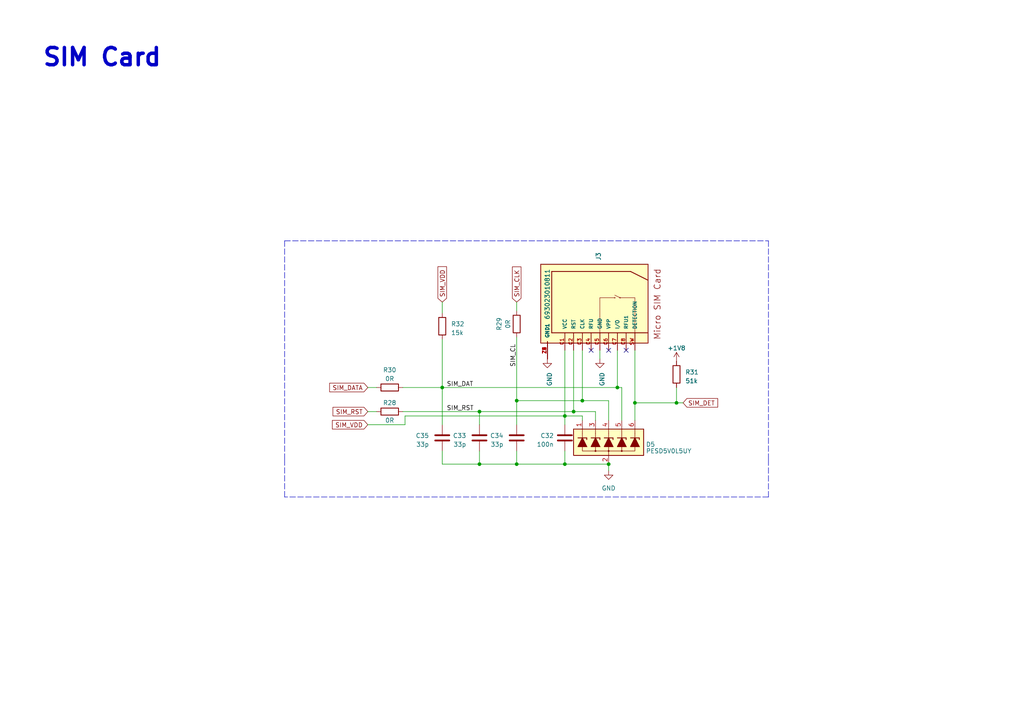
<source format=kicad_sch>
(kicad_sch (version 20230121) (generator eeschema)
  (paper "A4")
  (lib_symbols
    (symbol "693023010811:693023010811" (pin_names (offset 1.016))
      (property "Reference" "J" (at 3.81 -2.54 0))
      (property "Value" "693023010811" (at -1.905 9.525 0))
      (symbol "693023010811_0_0"
        (rectangle (start -8.0682 12.065) (end 14.7918 -19.05) (stroke (width 0.254)) (fill (type background)))
        (polyline (pts (xy -5.08 -15.24) (xy -5.08 -19.05)) (stroke (width 0.254)))
        (polyline (pts (xy -5.08 -15.24) (xy 5.08 -15.24)) (stroke (width 0.127)))
        (polyline (pts (xy -5.08 -5.08) (xy -5.08 -15.24)) (stroke (width 0.254)))
        (polyline (pts (xy -5.08 -5.08) (xy 5.08 -5.08)) (stroke (width 0.127)))
        (polyline (pts (xy -5.08 8.89) (xy -5.08 -5.08)) (stroke (width 0.254)))
        (polyline (pts (xy 5.08 -15.24) (xy 5.08 -11.049)) (stroke (width 0.127)))
        (polyline (pts (xy 5.08 -10.922) (xy 5.842 -9.398)) (stroke (width 0.127)))
        (polyline (pts (xy 5.08 -9.271) (xy 5.08 -5.08)) (stroke (width 0.127)))
        (polyline (pts (xy 10.16 -19.05) (xy 12.7 -13.97)) (stroke (width 0.254)))
        (polyline (pts (xy 12.7 -13.97) (xy 12.7 8.89)) (stroke (width 0.254)))
        (polyline (pts (xy 12.7 8.89) (xy -5.08 8.89)) (stroke (width 0.254)))
        (circle (center 5.08 -10.922) (radius 0.127) (stroke (width 0.127)))
        (circle (center 5.08 -9.398) (radius 0.127) (stroke (width 0.127)))
        (text "Micro SIM Card" (at -7.1331 -22.8003 0) (effects (font (size 1.7833 1.7833)) (justify left bottom)))
        (pin bidirectional line (at -10.16 5.08 0) (length 5.08) (name "VCC") (number "C1"))
        (pin bidirectional line (at -10.16 2.54 0) (length 5.08) (name "RST") (number "C2"))
        (pin bidirectional line (at -10.16 0 0) (length 5.08) (name "CLK") (number "C3"))
        (pin bidirectional line (at -10.16 -2.54 0) (length 5.08) (name "RFU") (number "C4"))
        (pin bidirectional line (at -10.16 -5.08 0) (length 5.08) (name "GND") (number "C5"))
        (pin bidirectional line (at -10.16 -7.62 0) (length 5.08) (name "VPP") (number "C6"))
        (pin bidirectional line (at -10.16 -10.16 0) (length 5.08) (name "I/O") (number "C7"))
        (pin bidirectional line (at -10.16 -12.7 0) (length 5.08) (name "RFU1") (number "C8"))
        (pin bidirectional line (at -10.16 -15.24 0) (length 5.08) (name "DETECTION") (number "SW"))
        (pin bidirectional line (at -12.7 10.16 0) (length 5.08) (name "GND1") (number "Z1"))
        (pin bidirectional line (at -12.7 10.16 0) (length 5.08) (name "GND1") (number "Z2"))
        (pin bidirectional line (at -12.7 10.16 0) (length 5.08) (name "GND1") (number "Z3"))
        (pin bidirectional line (at -12.7 10.16 0) (length 5.08) (name "GND1") (number "Z4"))
        (pin bidirectional line (at -12.7 10.16 0) (length 5.08) (name "GND1") (number "Z5"))
      )
    )
    (symbol "Device:C" (pin_numbers hide) (pin_names (offset 0.254))
      (property "Reference" "C" (at 0.635 2.54 0))
      (property "Value" "C" (at 0.635 -2.54 0))
      (symbol "C_0_1"
        (polyline (pts (xy -2.032 -0.762) (xy 2.032 -0.762)) (stroke (width 0.508)))
        (polyline (pts (xy -2.032 0.762) (xy 2.032 0.762)) (stroke (width 0.508)))
      )
      (symbol "C_1_1"
        (pin passive line (at 0 3.81 270) (length 2.794) (name "~") (number "1"))
        (pin passive line (at 0 -3.81 90) (length 2.794) (name "~") (number "2"))
      )
    )
    (symbol "Device:R" (pin_numbers hide) (pin_names (offset 0))
      (property "Reference" "R" (at 2.032 0 90))
      (property "Value" "R" (at 0 0 90))
      (symbol "R_0_1"
        (rectangle (start -1.016 -2.54) (end 1.016 2.54) (stroke (width 0.254)))
      )
      (symbol "R_1_1"
        (pin passive line (at 0 3.81 270) (length 1.27) (name "~") (number "1"))
        (pin passive line (at 0 -3.81 90) (length 1.27) (name "~") (number "2"))
      )
    )
    (symbol "PCM_Diode_TVS_AKL:PESD5V0L5UY" (pin_names (offset 1.016) hide)
      (property "Reference" "D" (at 11.43 1.27 0))
      (property "Value" "PESD5V0L5UY" (at 11.43 -1.27 0))
      (symbol "PESD5V0L5UY_0_1"
        (circle (center -3.81 -2.54) (radius 0.1778) (fill (type outline)))
        (circle (center 0 -2.54) (radius 0.1778) (fill (type outline)))
        (polyline (pts (xy -7.62 1.27) (xy -7.62 2.54)))
        (polyline (pts (xy -7.62 2.54) (xy -7.62 3.81)))
        (polyline (pts (xy -3.81 -2.54) (xy -3.81 -1.27)))
        (polyline (pts (xy -3.81 1.27) (xy -3.81 2.54)))
        (polyline (pts (xy -3.81 2.54) (xy -3.81 3.81)))
        (polyline (pts (xy 0 -3.81) (xy 0 -2.54)))
        (polyline (pts (xy 0 -2.54) (xy 0 -1.27)))
        (polyline (pts (xy 0 1.27) (xy 0 2.54)))
        (polyline (pts (xy 0 2.54) (xy 0 3.81)))
        (polyline (pts (xy 3.81 -2.54) (xy 3.81 -1.27)))
        (polyline (pts (xy 3.81 1.27) (xy 3.81 2.54)))
        (polyline (pts (xy 3.81 2.54) (xy 3.81 3.81)))
        (polyline (pts (xy 7.62 1.27) (xy 7.62 2.54)))
        (polyline (pts (xy 7.62 2.54) (xy 7.62 3.81)))
        (polyline (pts (xy 7.62 -1.27) (xy 7.62 -2.54) (xy -7.62 -2.54) (xy -7.62 -1.27)))
        (circle (center 3.81 -2.54) (radius 0.1778) (fill (type outline)))
        (rectangle (start 10.16 -3.81) (end -10.16 3.81) (stroke (width 0.254)) (fill (type background)))
      )
      (symbol "PESD5V0L5UY_1_1"
        (polyline (pts (xy -8.89 1.27) (xy -6.35 1.27)) (stroke (width 0.254)))
        (polyline (pts (xy -7.62 -1.27) (xy -7.62 1.27)))
        (polyline (pts (xy -6.35 1.27) (xy -6.35 0.762)) (stroke (width 0.254)))
        (polyline (pts (xy -5.08 1.27) (xy -2.54 1.27)) (stroke (width 0.254)))
        (polyline (pts (xy -3.81 -1.27) (xy -3.81 1.27)))
        (polyline (pts (xy -2.54 1.27) (xy -2.54 0.762)) (stroke (width 0.254)))
        (polyline (pts (xy -1.27 1.27) (xy 1.27 1.27)) (stroke (width 0.254)))
        (polyline (pts (xy 0 -1.27) (xy 0 1.27)))
        (polyline (pts (xy 1.27 1.27) (xy 1.27 0.762)) (stroke (width 0.254)))
        (polyline (pts (xy 2.54 1.27) (xy 5.08 1.27)) (stroke (width 0.254)))
        (polyline (pts (xy 3.81 -1.27) (xy 3.81 1.27)))
        (polyline (pts (xy 5.08 1.27) (xy 5.08 0.762)) (stroke (width 0.254)))
        (polyline (pts (xy 6.35 1.27) (xy 8.89 1.27)) (stroke (width 0.254)))
        (polyline (pts (xy 7.62 -1.27) (xy 7.62 1.27)))
        (polyline (pts (xy 8.89 1.27) (xy 8.89 0.762)) (stroke (width 0.254)))
        (polyline (pts (xy -6.35 -1.27) (xy -8.89 -1.27) (xy -7.62 1.27) (xy -6.35 -1.27)) (stroke (width 0.254)) (fill (type outline)))
        (polyline (pts (xy -2.54 -1.27) (xy -5.08 -1.27) (xy -3.81 1.27) (xy -2.54 -1.27)) (stroke (width 0.254)) (fill (type outline)))
        (polyline (pts (xy 1.27 -1.27) (xy -1.27 -1.27) (xy 0 1.27) (xy 1.27 -1.27)) (stroke (width 0.254)) (fill (type outline)))
        (polyline (pts (xy 5.08 -1.27) (xy 2.54 -1.27) (xy 3.81 1.27) (xy 5.08 -1.27)) (stroke (width 0.254)) (fill (type outline)))
        (polyline (pts (xy 8.89 -1.27) (xy 6.35 -1.27) (xy 7.62 1.27) (xy 8.89 -1.27)) (stroke (width 0.254)) (fill (type outline)))
        (pin passive line (at -7.62 6.35 270) (length 2.54) (name "L1") (number "1"))
        (pin passive line (at 0 -6.35 90) (length 2.54) (name "VN") (number "2"))
        (pin passive line (at -3.81 6.35 270) (length 2.54) (name "L2") (number "3"))
        (pin passive line (at 0 6.35 270) (length 2.54) (name "L3") (number "4"))
        (pin passive line (at 3.81 6.35 270) (length 2.54) (name "L4") (number "5"))
        (pin passive line (at 7.62 6.35 270) (length 2.54) (name "L5") (number "6"))
      )
    )
    (symbol "power:+1V8" (power) (pin_names (offset 0))
      (property "Value" "+1V8" (at 0 3.556 0))
      (symbol "+1V8_0_1"
        (polyline (pts (xy -0.762 1.27) (xy 0 2.54)))
        (polyline (pts (xy 0 0) (xy 0 2.54)))
        (polyline (pts (xy 0 2.54) (xy 0.762 1.27)))
      )
      (symbol "+1V8_1_1"
        (pin power_in line (at 0 0 90) (length 0) hide (name "+1V8") (number "1"))
      )
    )
    (symbol "power:GND" (power) (pin_names (offset 0))
      (property "Value" "GND" (at 0 -3.81 0))
      (symbol "GND_0_1"
        (polyline (pts (xy 0 0) (xy 0 -1.27) (xy 1.27 -1.27) (xy 0 -2.54) (xy -1.27 -1.27) (xy 0 -1.27)))
      )
      (symbol "GND_1_1"
        (pin power_in line (at 0 0 270) (length 0) hide (name "GND") (number "1"))
      )
    )
  )
  (junction (at 139.065 119.38))
  (junction (at 149.86 116.205))
  (junction (at 184.15 116.84))
  (junction (at 166.37 119.38))
  (junction (at 128.27 112.395))
  (junction (at 179.07 112.395))
  (junction (at 168.91 116.205))
  (junction (at 149.86 134.62))
  (junction (at 196.215 116.84))
  (junction (at 176.53 134.62))
  (junction (at 163.83 120.65))
  (junction (at 163.83 134.62))
  (junction (at 139.065 134.62))
  (no_connect (at 176.53 101.6))
  (no_connect (at 171.45 101.6))
  (no_connect (at 181.61 101.6))
  (wire (pts (xy 196.215 116.84) (xy 198.12 116.84)))
  (wire (pts (xy 180.34 112.395) (xy 180.34 121.92)))
  (wire (pts (xy 128.27 90.805) (xy 128.27 87.63)))
  (wire (pts (xy 168.91 101.6) (xy 168.91 116.205)))
  (wire (pts (xy 116.84 119.38) (xy 139.065 119.38)))
  (wire (pts (xy 139.065 119.38) (xy 166.37 119.38)))
  (wire (pts (xy 106.68 123.19) (xy 117.475 123.19)))
  (polyline (pts (xy 82.55 69.85) (xy 222.885 69.85)) (stroke (width 0) (type dash)))
  (wire (pts (xy 163.83 134.62) (xy 163.83 130.81)))
  (wire (pts (xy 184.15 116.84) (xy 196.215 116.84)))
  (wire (pts (xy 117.475 120.65) (xy 117.475 123.19)))
  (wire (pts (xy 163.83 120.65) (xy 117.475 120.65)))
  (wire (pts (xy 128.27 112.395) (xy 128.27 123.19)))
  (polyline (pts (xy 222.885 69.85) (xy 222.885 133.35)) (stroke (width 0) (type dash)))
  (wire (pts (xy 149.86 130.81) (xy 149.86 134.62)))
  (wire (pts (xy 166.37 119.38) (xy 172.72 119.38)))
  (wire (pts (xy 166.37 101.6) (xy 166.37 119.38)))
  (wire (pts (xy 128.27 98.425) (xy 128.27 112.395)))
  (wire (pts (xy 176.53 134.62) (xy 176.53 136.525)))
  (wire (pts (xy 179.07 112.395) (xy 180.34 112.395)))
  (wire (pts (xy 163.83 134.62) (xy 176.53 134.62)))
  (wire (pts (xy 176.53 116.205) (xy 176.53 121.92)))
  (wire (pts (xy 163.83 101.6) (xy 163.83 120.65)))
  (wire (pts (xy 184.15 116.84) (xy 184.15 121.92)))
  (wire (pts (xy 139.065 134.62) (xy 149.86 134.62)))
  (wire (pts (xy 149.86 97.79) (xy 149.86 116.205)))
  (wire (pts (xy 149.86 116.205) (xy 149.86 123.19)))
  (wire (pts (xy 196.215 112.395) (xy 196.215 116.84)))
  (wire (pts (xy 168.91 120.65) (xy 168.91 121.92)))
  (wire (pts (xy 149.86 87.63) (xy 149.86 90.17)))
  (polyline (pts (xy 222.885 144.145) (xy 82.55 144.145)) (stroke (width 0) (type dash)))
  (wire (pts (xy 139.065 130.81) (xy 139.065 134.62)))
  (wire (pts (xy 116.84 112.395) (xy 128.27 112.395)))
  (wire (pts (xy 163.83 120.65) (xy 163.83 123.19)))
  (wire (pts (xy 179.07 101.6) (xy 179.07 112.395)))
  (wire (pts (xy 163.83 120.65) (xy 168.91 120.65)))
  (polyline (pts (xy 82.55 69.85) (xy 82.55 133.35)) (stroke (width 0) (type dash)))
  (wire (pts (xy 128.27 134.62) (xy 139.065 134.62)))
  (wire (pts (xy 128.27 130.81) (xy 128.27 134.62)))
  (wire (pts (xy 168.91 116.205) (xy 176.53 116.205)))
  (wire (pts (xy 106.68 119.38) (xy 109.22 119.38)))
  (wire (pts (xy 172.72 119.38) (xy 172.72 121.92)))
  (wire (pts (xy 184.15 101.6) (xy 184.15 116.84)))
  (polyline (pts (xy 222.885 133.35) (xy 222.885 144.145)) (stroke (width 0) (type dash)))
  (wire (pts (xy 128.27 112.395) (xy 179.07 112.395)))
  (wire (pts (xy 173.99 104.14) (xy 173.99 101.6)))
  (wire (pts (xy 139.065 119.38) (xy 139.065 123.19)))
  (wire (pts (xy 149.86 134.62) (xy 163.83 134.62)))
  (wire (pts (xy 149.86 116.205) (xy 168.91 116.205)))
  (wire (pts (xy 106.68 112.395) (xy 109.22 112.395)))
  (polyline (pts (xy 82.55 144.145) (xy 82.55 133.35)) (stroke (width 0) (type dash)))
  (text "SIM Card" (at 12.065 19.685 0) (effects (font (size 5 5) bold) (justify left bottom)))
  (label "SIM_CL" (at 149.86 99.695 270))
  (label "SIM_RST" (at 129.54 119.38 0))
  (label "SIM_DAT" (at 129.54 112.395 0))
  (global_label "SIM_RST" (shape input) (at 106.68 119.38 180) (property "Intersheetrefs" "${INTERSHEET_REFS}" (effects hide)))
  (global_label "SIM_VDD" (shape input) (at 106.68 123.19 180) (property "Intersheetrefs" "${INTERSHEET_REFS}" (effects hide)))
  (global_label "SIM_DET" (shape input) (at 198.12 116.84 0) (property "Intersheetrefs" "${INTERSHEET_REFS}" (effects hide)))
  (global_label "SIM_CLK" (shape input) (at 149.86 87.63 90) (property "Intersheetrefs" "${INTERSHEET_REFS}" (effects hide)))
  (global_label "SIM_VDD" (shape input) (at 128.27 87.63 90) (property "Intersheetrefs" "${INTERSHEET_REFS}" (effects hide)))
  (global_label "SIM_DATA" (shape input) (at 106.68 112.395 180) (property "Intersheetrefs" "${INTERSHEET_REFS}" (effects hide)))
  (symbol (lib_id "Device:C") (at 139.065 127 0) (mirror y) (unit 1)
    (property "Reference" "C33" (at 135.255 126.365 0) (effects (justify left)))
    (property "Value" "33p" (at 135.255 128.905 0) (effects (justify left)))
    (property "Footprint" "Capacitor_SMD:C_0402_1005Metric" (effects hide))
  )
  (symbol (lib_id "Device:C") (at 128.27 127 0) (mirror y) (unit 1)
    (property "Reference" "C35" (at 124.46 126.365 0) (effects (justify left)))
    (property "Value" "33p" (at 124.46 128.905 0) (effects (justify left)))
    (property "Footprint" "Capacitor_SMD:C_0402_1005Metric" (effects hide))
  )
  (symbol (lib_id "power:+1V8") (at 196.215 104.775 0) (unit 1)
    (property "Reference" "#PWR044" (effects hide))
    (property "Value" "+1V8" (at 196.215 100.965 0))
  )
  (symbol (lib_id "Device:C") (at 163.83 127 0) (mirror y) (unit 1)
    (property "Reference" "C32" (at 160.655 126.365 0) (effects (justify left)))
    (property "Value" "100n" (at 160.655 128.905 0) (effects (justify left)))
    (property "Footprint" "Capacitor_SMD:C_0402_1005Metric" (effects hide))
  )
  (symbol (lib_id "Device:R") (at 113.03 112.395 90) (unit 1)
    (property "Reference" "R30" (at 113.03 107.315 90))
    (property "Value" "0R" (at 113.03 109.855 90))
    (property "Footprint" "Resistor_SMD:R_0402_1005Metric" (effects hide))
  )
  (symbol (lib_id "power:GND") (at 173.99 104.14 0) (unit 1)
    (property "Reference" "#PWR069" (effects hide))
    (property "Value" "GND" (at 174.625 107.95 90) (effects (justify right)))
  )
  (symbol (lib_id "693023010811:693023010811") (at 168.91 91.44 90) (unit 1)
    (property "Reference" "J3" (at 173.5791 75.565 0) (effects (justify left)))
    (property "Value" "693023010811" (at 158.75 92.71 0) (effects (justify left)))
    (property "Footprint" "693023010811" (effects hide))
  )
  (symbol (lib_id "Device:R") (at 113.03 119.38 90) (unit 1)
    (property "Reference" "R28" (at 113.03 116.84 90))
    (property "Value" "0R" (at 113.03 121.92 90))
    (property "Footprint" "Resistor_SMD:R_0402_1005Metric" (effects hide))
  )
  (symbol (lib_id "Device:R") (at 128.27 94.615 0) (unit 1)
    (property "Reference" "R32" (at 130.81 93.98 0) (effects (justify left)))
    (property "Value" "15k" (at 130.81 96.52 0) (effects (justify left)))
    (property "Footprint" "Resistor_SMD:R_0402_1005Metric" (effects hide))
  )
  (symbol (lib_id "power:GND") (at 158.75 104.14 0) (unit 1)
    (property "Reference" "#PWR045" (effects hide))
    (property "Value" "GND" (at 159.385 107.95 90) (effects (justify right)))
  )
  (symbol (lib_id "PCM_Diode_TVS_AKL:PESD5V0L5UY") (at 176.53 128.27 0) (unit 1)
    (property "Reference" "D5" (at 187.325 128.905 0) (effects (justify left)))
    (property "Value" "PESD5V0L5UY" (at 187.325 130.81 0) (effects (justify left)))
    (property "Footprint" "Package_TO_SOT_SMD:SOT-363_SC-70-6" (effects hide))
    (property "Datasheet" "https://www.tme.eu/Document/d7b061109274755b8c3532aab9d13eb5/PESD5V0L5UV-DTE.pdf" (effects hide))
  )
  (symbol (lib_id "power:GND") (at 176.53 136.525 0) (mirror y) (unit 1)
    (property "Reference" "#PWR043" (effects hide))
    (property "Value" "GND" (at 176.53 141.605 0))
  )
  (symbol (lib_id "Device:R") (at 196.215 108.585 0) (unit 1)
    (property "Reference" "R31" (at 198.755 107.95 0) (effects (justify left)))
    (property "Value" "51k" (at 198.755 110.49 0) (effects (justify left)))
    (property "Footprint" "Resistor_SMD:R_0402_1005Metric" (effects hide))
  )
  (symbol (lib_id "Device:R") (at 149.86 93.98 0) (mirror y) (unit 1)
    (property "Reference" "R29" (at 144.78 93.98 90))
    (property "Value" "0R" (at 147.32 93.98 90))
    (property "Footprint" "Resistor_SMD:R_0402_1005Metric" (effects hide))
  )
  (symbol (lib_id "Device:C") (at 149.86 127 0) (mirror y) (unit 1)
    (property "Reference" "C34" (at 146.05 126.365 0) (effects (justify left)))
    (property "Value" "33p" (at 146.05 128.905 0) (effects (justify left)))
    (property "Footprint" "Capacitor_SMD:C_0402_1005Metric" (effects hide))
  )
)
</source>
